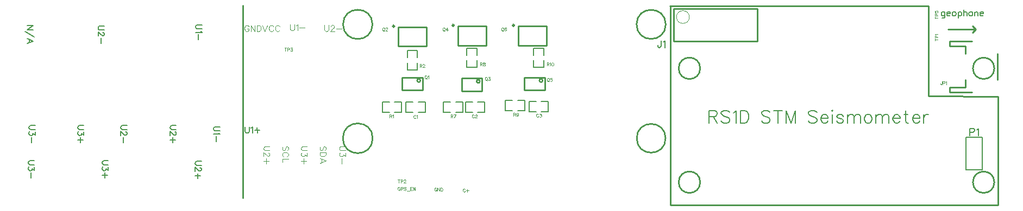
<source format=gto>
G04 Layer: TopSilkLayer*
G04 EasyEDA v6.4.19.5, 2021-06-29T13:46:12+12:00*
G04 3cc3b40c68de4bce97ec9925422c83c7,12af84a47dbc45c89479b689871b34a7,10*
G04 Gerber Generator version 0.2*
G04 Scale: 100 percent, Rotated: No, Reflected: No *
G04 Dimensions in millimeters *
G04 leading zeros omitted , absolute positions ,4 integer and 5 decimal *
%FSLAX45Y45*%
%MOMM*%

%ADD10C,0.2540*%
%ADD13C,0.2032*%
%ADD38C,0.2000*%
%ADD39C,0.2030*%
%ADD40C,0.1000*%
%ADD41C,0.1524*%

%LPD*%
D13*
X10833100Y-1636547D02*
G01*
X10833100Y-1830349D01*
X10833100Y-1636547D02*
G01*
X10916158Y-1636547D01*
X10943844Y-1645691D01*
X10953242Y-1654835D01*
X10962385Y-1673377D01*
X10962385Y-1691919D01*
X10953242Y-1710461D01*
X10943844Y-1719605D01*
X10916158Y-1728749D01*
X10833100Y-1728749D01*
X10897869Y-1728749D02*
G01*
X10962385Y-1830349D01*
X11152632Y-1664233D02*
G01*
X11134089Y-1645691D01*
X11106403Y-1636547D01*
X11069574Y-1636547D01*
X11041887Y-1645691D01*
X11023346Y-1664233D01*
X11023346Y-1682521D01*
X11032489Y-1701063D01*
X11041887Y-1710461D01*
X11060430Y-1719605D01*
X11115801Y-1738147D01*
X11134089Y-1747291D01*
X11143487Y-1756435D01*
X11152632Y-1774977D01*
X11152632Y-1802663D01*
X11134089Y-1821205D01*
X11106403Y-1830349D01*
X11069574Y-1830349D01*
X11041887Y-1821205D01*
X11023346Y-1802663D01*
X11213592Y-1673377D02*
G01*
X11232134Y-1664233D01*
X11259819Y-1636547D01*
X11259819Y-1830349D01*
X11320780Y-1636547D02*
G01*
X11320780Y-1830349D01*
X11320780Y-1636547D02*
G01*
X11385550Y-1636547D01*
X11413235Y-1645691D01*
X11431524Y-1664233D01*
X11440921Y-1682521D01*
X11450066Y-1710461D01*
X11450066Y-1756435D01*
X11440921Y-1784121D01*
X11431524Y-1802663D01*
X11413235Y-1821205D01*
X11385550Y-1830349D01*
X11320780Y-1830349D01*
X11782551Y-1664233D02*
G01*
X11764010Y-1645691D01*
X11736324Y-1636547D01*
X11699494Y-1636547D01*
X11671808Y-1645691D01*
X11653266Y-1664233D01*
X11653266Y-1682521D01*
X11662410Y-1701063D01*
X11671808Y-1710461D01*
X11690350Y-1719605D01*
X11745721Y-1738147D01*
X11764010Y-1747291D01*
X11773408Y-1756435D01*
X11782551Y-1774977D01*
X11782551Y-1802663D01*
X11764010Y-1821205D01*
X11736324Y-1830349D01*
X11699494Y-1830349D01*
X11671808Y-1821205D01*
X11653266Y-1802663D01*
X11908282Y-1636547D02*
G01*
X11908282Y-1830349D01*
X11843512Y-1636547D02*
G01*
X11972798Y-1636547D01*
X12033758Y-1636547D02*
G01*
X12033758Y-1830349D01*
X12033758Y-1636547D02*
G01*
X12107671Y-1830349D01*
X12181585Y-1636547D02*
G01*
X12107671Y-1830349D01*
X12181585Y-1636547D02*
G01*
X12181585Y-1830349D01*
X12514071Y-1664233D02*
G01*
X12495530Y-1645691D01*
X12467844Y-1636547D01*
X12431014Y-1636547D01*
X12403328Y-1645691D01*
X12384785Y-1664233D01*
X12384785Y-1682521D01*
X12393930Y-1701063D01*
X12403328Y-1710461D01*
X12421869Y-1719605D01*
X12477242Y-1738147D01*
X12495530Y-1747291D01*
X12504928Y-1756435D01*
X12514071Y-1774977D01*
X12514071Y-1802663D01*
X12495530Y-1821205D01*
X12467844Y-1830349D01*
X12431014Y-1830349D01*
X12403328Y-1821205D01*
X12384785Y-1802663D01*
X12575032Y-1756435D02*
G01*
X12686030Y-1756435D01*
X12686030Y-1738147D01*
X12676632Y-1719605D01*
X12667487Y-1710461D01*
X12648946Y-1701063D01*
X12621260Y-1701063D01*
X12602718Y-1710461D01*
X12584430Y-1728749D01*
X12575032Y-1756435D01*
X12575032Y-1774977D01*
X12584430Y-1802663D01*
X12602718Y-1821205D01*
X12621260Y-1830349D01*
X12648946Y-1830349D01*
X12667487Y-1821205D01*
X12686030Y-1802663D01*
X12746989Y-1636547D02*
G01*
X12756134Y-1645691D01*
X12765278Y-1636547D01*
X12756134Y-1627149D01*
X12746989Y-1636547D01*
X12756134Y-1701063D02*
G01*
X12756134Y-1830349D01*
X12927837Y-1728749D02*
G01*
X12918694Y-1710461D01*
X12891008Y-1701063D01*
X12863321Y-1701063D01*
X12835635Y-1710461D01*
X12826237Y-1728749D01*
X12835635Y-1747291D01*
X12853924Y-1756435D01*
X12900151Y-1765833D01*
X12918694Y-1774977D01*
X12927837Y-1793519D01*
X12927837Y-1802663D01*
X12918694Y-1821205D01*
X12891008Y-1830349D01*
X12863321Y-1830349D01*
X12835635Y-1821205D01*
X12826237Y-1802663D01*
X12988798Y-1701063D02*
G01*
X12988798Y-1830349D01*
X12988798Y-1738147D02*
G01*
X13016484Y-1710461D01*
X13035026Y-1701063D01*
X13062712Y-1701063D01*
X13081253Y-1710461D01*
X13090398Y-1738147D01*
X13090398Y-1830349D01*
X13090398Y-1738147D02*
G01*
X13118084Y-1710461D01*
X13136626Y-1701063D01*
X13164312Y-1701063D01*
X13182853Y-1710461D01*
X13191998Y-1738147D01*
X13191998Y-1830349D01*
X13299185Y-1701063D02*
G01*
X13280644Y-1710461D01*
X13262355Y-1728749D01*
X13252957Y-1756435D01*
X13252957Y-1774977D01*
X13262355Y-1802663D01*
X13280644Y-1821205D01*
X13299185Y-1830349D01*
X13326871Y-1830349D01*
X13345414Y-1821205D01*
X13363955Y-1802663D01*
X13373100Y-1774977D01*
X13373100Y-1756435D01*
X13363955Y-1728749D01*
X13345414Y-1710461D01*
X13326871Y-1701063D01*
X13299185Y-1701063D01*
X13434060Y-1701063D02*
G01*
X13434060Y-1830349D01*
X13434060Y-1738147D02*
G01*
X13461746Y-1710461D01*
X13480287Y-1701063D01*
X13507974Y-1701063D01*
X13526516Y-1710461D01*
X13535660Y-1738147D01*
X13535660Y-1830349D01*
X13535660Y-1738147D02*
G01*
X13563346Y-1710461D01*
X13581887Y-1701063D01*
X13609574Y-1701063D01*
X13628116Y-1710461D01*
X13637260Y-1738147D01*
X13637260Y-1830349D01*
X13698219Y-1756435D02*
G01*
X13808964Y-1756435D01*
X13808964Y-1738147D01*
X13799819Y-1719605D01*
X13790676Y-1710461D01*
X13772134Y-1701063D01*
X13744448Y-1701063D01*
X13725905Y-1710461D01*
X13707364Y-1728749D01*
X13698219Y-1756435D01*
X13698219Y-1774977D01*
X13707364Y-1802663D01*
X13725905Y-1821205D01*
X13744448Y-1830349D01*
X13772134Y-1830349D01*
X13790676Y-1821205D01*
X13808964Y-1802663D01*
X13897610Y-1636547D02*
G01*
X13897610Y-1793519D01*
X13907007Y-1821205D01*
X13925550Y-1830349D01*
X13943837Y-1830349D01*
X13869924Y-1701063D02*
G01*
X13934694Y-1701063D01*
X14004798Y-1756435D02*
G01*
X14115796Y-1756435D01*
X14115796Y-1738147D01*
X14106398Y-1719605D01*
X14097253Y-1710461D01*
X14078712Y-1701063D01*
X14051026Y-1701063D01*
X14032484Y-1710461D01*
X14014196Y-1728749D01*
X14004798Y-1756435D01*
X14004798Y-1774977D01*
X14014196Y-1802663D01*
X14032484Y-1821205D01*
X14051026Y-1830349D01*
X14078712Y-1830349D01*
X14097253Y-1821205D01*
X14115796Y-1802663D01*
X14176755Y-1701063D02*
G01*
X14176755Y-1830349D01*
X14176755Y-1756435D02*
G01*
X14185900Y-1728749D01*
X14204442Y-1710461D01*
X14222730Y-1701063D01*
X14250669Y-1701063D01*
X14507946Y-94995D02*
G01*
X14507946Y-168910D01*
X14503374Y-182626D01*
X14498802Y-187197D01*
X14489404Y-191770D01*
X14475688Y-191770D01*
X14466544Y-187197D01*
X14507946Y-108712D02*
G01*
X14498802Y-99568D01*
X14489404Y-94995D01*
X14475688Y-94995D01*
X14466544Y-99568D01*
X14457146Y-108712D01*
X14452574Y-122681D01*
X14452574Y-131826D01*
X14457146Y-145795D01*
X14466544Y-154939D01*
X14475688Y-159512D01*
X14489404Y-159512D01*
X14498802Y-154939D01*
X14507946Y-145795D01*
X14538426Y-122681D02*
G01*
X14593798Y-122681D01*
X14593798Y-113284D01*
X14589226Y-104139D01*
X14584654Y-99568D01*
X14575510Y-94995D01*
X14561540Y-94995D01*
X14552396Y-99568D01*
X14542998Y-108712D01*
X14538426Y-122681D01*
X14538426Y-131826D01*
X14542998Y-145795D01*
X14552396Y-154939D01*
X14561540Y-159512D01*
X14575510Y-159512D01*
X14584654Y-154939D01*
X14593798Y-145795D01*
X14647392Y-94995D02*
G01*
X14638248Y-99568D01*
X14629104Y-108712D01*
X14624278Y-122681D01*
X14624278Y-131826D01*
X14629104Y-145795D01*
X14638248Y-154939D01*
X14647392Y-159512D01*
X14661362Y-159512D01*
X14670506Y-154939D01*
X14679904Y-145795D01*
X14684476Y-131826D01*
X14684476Y-122681D01*
X14679904Y-108712D01*
X14670506Y-99568D01*
X14661362Y-94995D01*
X14647392Y-94995D01*
X14714956Y-94995D02*
G01*
X14714956Y-191770D01*
X14714956Y-108712D02*
G01*
X14724100Y-99568D01*
X14733244Y-94995D01*
X14747214Y-94995D01*
X14756358Y-99568D01*
X14765756Y-108712D01*
X14770328Y-122681D01*
X14770328Y-131826D01*
X14765756Y-145795D01*
X14756358Y-154939D01*
X14747214Y-159512D01*
X14733244Y-159512D01*
X14724100Y-154939D01*
X14714956Y-145795D01*
X14800808Y-62484D02*
G01*
X14800808Y-159512D01*
X14800808Y-113284D02*
G01*
X14814524Y-99568D01*
X14823922Y-94995D01*
X14837638Y-94995D01*
X14847036Y-99568D01*
X14851608Y-113284D01*
X14851608Y-159512D01*
X14905202Y-94995D02*
G01*
X14895804Y-99568D01*
X14886660Y-108712D01*
X14882088Y-122681D01*
X14882088Y-131826D01*
X14886660Y-145795D01*
X14895804Y-154939D01*
X14905202Y-159512D01*
X14918918Y-159512D01*
X14928316Y-154939D01*
X14937460Y-145795D01*
X14942032Y-131826D01*
X14942032Y-122681D01*
X14937460Y-108712D01*
X14928316Y-99568D01*
X14918918Y-94995D01*
X14905202Y-94995D01*
X14972512Y-94995D02*
G01*
X14972512Y-159512D01*
X14972512Y-113284D02*
G01*
X14986482Y-99568D01*
X14995626Y-94995D01*
X15009596Y-94995D01*
X15018740Y-99568D01*
X15023312Y-113284D01*
X15023312Y-159512D01*
X15053792Y-122681D02*
G01*
X15109164Y-122681D01*
X15109164Y-113284D01*
X15104592Y-104139D01*
X15100020Y-99568D01*
X15090876Y-94995D01*
X15076906Y-94995D01*
X15067762Y-99568D01*
X15058364Y-108712D01*
X15053792Y-122681D01*
X15053792Y-131826D01*
X15058364Y-145795D01*
X15067762Y-154939D01*
X15076906Y-159512D01*
X15090876Y-159512D01*
X15100020Y-154939D01*
X15109164Y-145795D01*
D38*
X321015Y-2420127D02*
G01*
X252689Y-2420127D01*
X238973Y-2424445D01*
X230083Y-2433589D01*
X225511Y-2447305D01*
X225511Y-2456449D01*
X230083Y-2469911D01*
X238973Y-2479055D01*
X252689Y-2483627D01*
X321015Y-2483627D01*
X321015Y-2522743D02*
G01*
X321015Y-2572781D01*
X284439Y-2545349D01*
X284439Y-2559065D01*
X280121Y-2568209D01*
X275549Y-2572781D01*
X261833Y-2577353D01*
X252689Y-2577353D01*
X238973Y-2572781D01*
X230083Y-2563637D01*
X225511Y-2549921D01*
X225511Y-2536459D01*
X230083Y-2522743D01*
X234655Y-2518171D01*
X243545Y-2513599D01*
X266405Y-2607325D02*
G01*
X266405Y-2689113D01*
X331015Y-1870128D02*
G01*
X262689Y-1870128D01*
X248973Y-1874446D01*
X240083Y-1883590D01*
X235511Y-1897306D01*
X235511Y-1906450D01*
X240083Y-1919912D01*
X248973Y-1929056D01*
X262689Y-1933628D01*
X331015Y-1933628D01*
X331015Y-1972744D02*
G01*
X331015Y-2022782D01*
X294439Y-1995350D01*
X294439Y-2009066D01*
X290121Y-2018210D01*
X285549Y-2022782D01*
X271833Y-2027354D01*
X262689Y-2027354D01*
X248973Y-2022782D01*
X240083Y-2013638D01*
X235511Y-1999922D01*
X235511Y-1986460D01*
X240083Y-1972744D01*
X244655Y-1968172D01*
X253545Y-1963600D01*
X276405Y-2057326D02*
G01*
X276405Y-2139114D01*
X1471015Y-2420127D02*
G01*
X1402689Y-2420127D01*
X1388973Y-2424445D01*
X1380083Y-2433589D01*
X1375511Y-2447305D01*
X1375511Y-2456449D01*
X1380083Y-2469911D01*
X1388973Y-2479055D01*
X1402689Y-2483627D01*
X1471015Y-2483627D01*
X1471015Y-2522743D02*
G01*
X1471015Y-2572781D01*
X1434439Y-2545349D01*
X1434439Y-2559065D01*
X1430121Y-2568209D01*
X1425549Y-2572781D01*
X1411833Y-2577353D01*
X1402689Y-2577353D01*
X1388973Y-2572781D01*
X1380083Y-2563637D01*
X1375511Y-2549921D01*
X1375511Y-2536459D01*
X1380083Y-2522743D01*
X1384655Y-2518171D01*
X1393545Y-2513599D01*
X1457299Y-2648219D02*
G01*
X1375511Y-2648219D01*
X1416405Y-2607325D02*
G01*
X1416405Y-2689113D01*
X1761017Y-1870128D02*
G01*
X1692691Y-1870128D01*
X1678975Y-1874446D01*
X1670085Y-1883590D01*
X1665513Y-1897306D01*
X1665513Y-1906450D01*
X1670085Y-1919912D01*
X1678975Y-1929056D01*
X1692691Y-1933628D01*
X1761017Y-1933628D01*
X1738157Y-1968172D02*
G01*
X1742729Y-1968172D01*
X1751873Y-1972744D01*
X1756445Y-1977316D01*
X1761017Y-1986460D01*
X1761017Y-2004494D01*
X1756445Y-2013638D01*
X1751873Y-2018210D01*
X1742729Y-2022782D01*
X1733585Y-2022782D01*
X1724441Y-2018210D01*
X1710979Y-2009066D01*
X1665513Y-1963600D01*
X1665513Y-2027354D01*
X1706407Y-2057326D02*
G01*
X1706407Y-2139114D01*
X1408950Y-317601D02*
G01*
X1340878Y-317601D01*
X1327162Y-321919D01*
X1318018Y-331063D01*
X1313446Y-344779D01*
X1313446Y-353923D01*
X1318018Y-367385D01*
X1327162Y-376529D01*
X1340878Y-381101D01*
X1408950Y-381101D01*
X1386344Y-415645D02*
G01*
X1390916Y-415645D01*
X1399806Y-420217D01*
X1404378Y-424789D01*
X1408950Y-433933D01*
X1408950Y-451967D01*
X1404378Y-461111D01*
X1399806Y-465683D01*
X1390916Y-470255D01*
X1381772Y-470255D01*
X1372628Y-465683D01*
X1358912Y-456539D01*
X1313446Y-411073D01*
X1313446Y-474827D01*
X1354594Y-504799D02*
G01*
X1354594Y-586587D01*
X1091016Y-1870128D02*
G01*
X1022690Y-1870128D01*
X1008974Y-1874446D01*
X1000084Y-1883590D01*
X995512Y-1897306D01*
X995512Y-1906450D01*
X1000084Y-1919912D01*
X1008974Y-1929056D01*
X1022690Y-1933628D01*
X1091016Y-1933628D01*
X1091016Y-1972744D02*
G01*
X1091016Y-2022782D01*
X1054440Y-1995350D01*
X1054440Y-2009066D01*
X1050122Y-2018210D01*
X1045550Y-2022782D01*
X1031834Y-2027354D01*
X1022690Y-2027354D01*
X1008974Y-2022782D01*
X1000084Y-2013638D01*
X995512Y-1999922D01*
X995512Y-1986460D01*
X1000084Y-1972744D01*
X1004656Y-1968172D01*
X1013546Y-1963600D01*
X1077300Y-2098220D02*
G01*
X995512Y-2098220D01*
X1036406Y-2057326D02*
G01*
X1036406Y-2139114D01*
X2921017Y-2430127D02*
G01*
X2852691Y-2430127D01*
X2838975Y-2434445D01*
X2830085Y-2443589D01*
X2825513Y-2457305D01*
X2825513Y-2466449D01*
X2830085Y-2479911D01*
X2838975Y-2489055D01*
X2852691Y-2493627D01*
X2921017Y-2493627D01*
X2898157Y-2528171D02*
G01*
X2902729Y-2528171D01*
X2911873Y-2532743D01*
X2916445Y-2537315D01*
X2921017Y-2546459D01*
X2921017Y-2564493D01*
X2916445Y-2573637D01*
X2911873Y-2578209D01*
X2902729Y-2582781D01*
X2893585Y-2582781D01*
X2884441Y-2578209D01*
X2870979Y-2569065D01*
X2825513Y-2523599D01*
X2825513Y-2587353D01*
X2907301Y-2658219D02*
G01*
X2825513Y-2658219D01*
X2866407Y-2617325D02*
G01*
X2866407Y-2699113D01*
X3211017Y-1890575D02*
G01*
X3142691Y-1890575D01*
X3128975Y-1894893D01*
X3120085Y-1904037D01*
X3115513Y-1917753D01*
X3115513Y-1926897D01*
X3120085Y-1940359D01*
X3128975Y-1949503D01*
X3142691Y-1954075D01*
X3211017Y-1954075D01*
X3192729Y-1984047D02*
G01*
X3197301Y-1993191D01*
X3211017Y-2006907D01*
X3115513Y-2006907D01*
X3156407Y-2036879D02*
G01*
X3156407Y-2118667D01*
X2930839Y-300101D02*
G01*
X2862767Y-300101D01*
X2849051Y-304419D01*
X2839907Y-313562D01*
X2835335Y-327279D01*
X2835335Y-336422D01*
X2839907Y-349885D01*
X2849051Y-359029D01*
X2862767Y-363601D01*
X2930839Y-363601D01*
X2912805Y-393572D02*
G01*
X2917377Y-402717D01*
X2930839Y-416432D01*
X2835335Y-416432D01*
X2876483Y-446404D02*
G01*
X2876483Y-528193D01*
X2531016Y-1870128D02*
G01*
X2462690Y-1870128D01*
X2448974Y-1874446D01*
X2440084Y-1883590D01*
X2435512Y-1897306D01*
X2435512Y-1906450D01*
X2440084Y-1919912D01*
X2448974Y-1929056D01*
X2462690Y-1933628D01*
X2531016Y-1933628D01*
X2508156Y-1968172D02*
G01*
X2512728Y-1968172D01*
X2521872Y-1972744D01*
X2526444Y-1977316D01*
X2531016Y-1986460D01*
X2531016Y-2004494D01*
X2526444Y-2013638D01*
X2521872Y-2018210D01*
X2512728Y-2022782D01*
X2503584Y-2022782D01*
X2494440Y-2018210D01*
X2480978Y-2009066D01*
X2435512Y-1963600D01*
X2435512Y-2027354D01*
X2517300Y-2098220D02*
G01*
X2435512Y-2098220D01*
X2476406Y-2057326D02*
G01*
X2476406Y-2139114D01*
D40*
X3987164Y-2197100D02*
G01*
X3918839Y-2197100D01*
X3905377Y-2201671D01*
X3896232Y-2210815D01*
X3891661Y-2224278D01*
X3891661Y-2233421D01*
X3896232Y-2247137D01*
X3905377Y-2256281D01*
X3918839Y-2260854D01*
X3987164Y-2260854D01*
X3964305Y-2295397D02*
G01*
X3968877Y-2295397D01*
X3978021Y-2299715D01*
X3982593Y-2304287D01*
X3987164Y-2313431D01*
X3987164Y-2331720D01*
X3982593Y-2340610D01*
X3978021Y-2345181D01*
X3968877Y-2349754D01*
X3959732Y-2349754D01*
X3950843Y-2345181D01*
X3937127Y-2336292D01*
X3891661Y-2290826D01*
X3891661Y-2354326D01*
X3973448Y-2425192D02*
G01*
X3891661Y-2425192D01*
X3932555Y-2384297D02*
G01*
X3932555Y-2466086D01*
X4571364Y-2197100D02*
G01*
X4503039Y-2197100D01*
X4489576Y-2201671D01*
X4480432Y-2210815D01*
X4475860Y-2224278D01*
X4475860Y-2233421D01*
X4480432Y-2247137D01*
X4489576Y-2256281D01*
X4503039Y-2260854D01*
X4571364Y-2260854D01*
X4571364Y-2299715D02*
G01*
X4571364Y-2349754D01*
X4535043Y-2322576D01*
X4535043Y-2336292D01*
X4530471Y-2345181D01*
X4525898Y-2349754D01*
X4512182Y-2354326D01*
X4503039Y-2354326D01*
X4489576Y-2349754D01*
X4480432Y-2340610D01*
X4475860Y-2327147D01*
X4475860Y-2313431D01*
X4480432Y-2299715D01*
X4485005Y-2295397D01*
X4494148Y-2290826D01*
X4557648Y-2425192D02*
G01*
X4475860Y-2425192D01*
X4516755Y-2384297D02*
G01*
X4516755Y-2466086D01*
X5168264Y-2197100D02*
G01*
X5099939Y-2197100D01*
X5086476Y-2201671D01*
X5077332Y-2210815D01*
X5072760Y-2224278D01*
X5072760Y-2233421D01*
X5077332Y-2247137D01*
X5086476Y-2256281D01*
X5099939Y-2260854D01*
X5168264Y-2260854D01*
X5168264Y-2299715D02*
G01*
X5168264Y-2349754D01*
X5131943Y-2322576D01*
X5131943Y-2336292D01*
X5127371Y-2345181D01*
X5122798Y-2349754D01*
X5109082Y-2354326D01*
X5099939Y-2354326D01*
X5086476Y-2349754D01*
X5077332Y-2340610D01*
X5072760Y-2327147D01*
X5072760Y-2313431D01*
X5077332Y-2299715D01*
X5081905Y-2295397D01*
X5091048Y-2290826D01*
X5113655Y-2384297D02*
G01*
X5113655Y-2466086D01*
X4305427Y-292684D02*
G01*
X4305427Y-361010D01*
X4309745Y-374726D01*
X4318889Y-383616D01*
X4332605Y-388188D01*
X4341748Y-388188D01*
X4355211Y-383616D01*
X4364355Y-374726D01*
X4368927Y-361010D01*
X4368927Y-292684D01*
X4398898Y-310972D02*
G01*
X4408043Y-306400D01*
X4421759Y-292684D01*
X4421759Y-388188D01*
X4451730Y-347294D02*
G01*
X4533519Y-347294D01*
X4838700Y-305435D02*
G01*
X4838700Y-373761D01*
X4843271Y-387222D01*
X4852416Y-396367D01*
X4865878Y-400938D01*
X4875021Y-400938D01*
X4888737Y-396367D01*
X4897882Y-387222D01*
X4902453Y-373761D01*
X4902453Y-305435D01*
X4936998Y-328295D02*
G01*
X4936998Y-323722D01*
X4941316Y-314579D01*
X4945887Y-310006D01*
X4955032Y-305435D01*
X4973319Y-305435D01*
X4982210Y-310006D01*
X4986782Y-314579D01*
X4991353Y-323722D01*
X4991353Y-332867D01*
X4986782Y-341756D01*
X4977892Y-355472D01*
X4932426Y-400938D01*
X4995926Y-400938D01*
X5025898Y-360045D02*
G01*
X5107685Y-360045D01*
D38*
X3605154Y-1893074D02*
G01*
X3606342Y-1961136D01*
X3610899Y-1974776D01*
X3620201Y-1983757D01*
X3633995Y-1988091D01*
X3643137Y-1987930D01*
X3656517Y-1983125D01*
X3665501Y-1973823D01*
X3669832Y-1960029D01*
X3668643Y-1891967D01*
X3698925Y-1909475D02*
G01*
X3707988Y-1904743D01*
X3721468Y-1891045D01*
X3723134Y-1986534D01*
X3792557Y-1903267D02*
G01*
X3793990Y-1985297D01*
X3752385Y-1944870D02*
G01*
X3834160Y-1943442D01*
D40*
X3662273Y-328168D02*
G01*
X3657701Y-319023D01*
X3648557Y-310134D01*
X3639667Y-305562D01*
X3621379Y-305562D01*
X3612235Y-310134D01*
X3603091Y-319023D01*
X3598519Y-328168D01*
X3594201Y-341884D01*
X3594201Y-364489D01*
X3598519Y-378205D01*
X3603091Y-387350D01*
X3612235Y-396494D01*
X3621379Y-401065D01*
X3639667Y-401065D01*
X3648557Y-396494D01*
X3657701Y-387350D01*
X3662273Y-378205D01*
X3662273Y-364489D01*
X3639667Y-364489D02*
G01*
X3662273Y-364489D01*
X3692245Y-305562D02*
G01*
X3692245Y-401065D01*
X3692245Y-305562D02*
G01*
X3755999Y-401065D01*
X3755999Y-305562D02*
G01*
X3755999Y-401065D01*
X3785971Y-305562D02*
G01*
X3785971Y-401065D01*
X3785971Y-305562D02*
G01*
X3817721Y-305562D01*
X3831437Y-310134D01*
X3840581Y-319023D01*
X3844899Y-328168D01*
X3849471Y-341884D01*
X3849471Y-364489D01*
X3844899Y-378205D01*
X3840581Y-387350D01*
X3831437Y-396494D01*
X3817721Y-401065D01*
X3785971Y-401065D01*
X3873601Y-305562D02*
G01*
X3909923Y-401065D01*
X3946245Y-305562D02*
G01*
X3909923Y-401065D01*
X4044289Y-328168D02*
G01*
X4039971Y-319023D01*
X4030827Y-310134D01*
X4021683Y-305562D01*
X4003395Y-305562D01*
X3994505Y-310134D01*
X3985361Y-319023D01*
X3980789Y-328168D01*
X3976217Y-341884D01*
X3976217Y-364489D01*
X3980789Y-378205D01*
X3985361Y-387350D01*
X3994505Y-396494D01*
X4003395Y-401065D01*
X4021683Y-401065D01*
X4030827Y-396494D01*
X4039971Y-387350D01*
X4044289Y-378205D01*
X4142587Y-328168D02*
G01*
X4138015Y-319023D01*
X4128871Y-310134D01*
X4119981Y-305562D01*
X4101693Y-305562D01*
X4092549Y-310134D01*
X4083405Y-319023D01*
X4078833Y-328168D01*
X4074515Y-341884D01*
X4074515Y-364489D01*
X4078833Y-378205D01*
X4083405Y-387350D01*
X4092549Y-396494D01*
X4101693Y-401065D01*
X4119981Y-401065D01*
X4128871Y-396494D01*
X4138015Y-387350D01*
X4142587Y-378205D01*
X4265676Y-2260602D02*
G01*
X4274565Y-2251458D01*
X4279138Y-2237996D01*
X4279138Y-2219708D01*
X4274565Y-2205992D01*
X4265676Y-2197102D01*
X4256531Y-2197102D01*
X4247388Y-2201420D01*
X4242815Y-2205992D01*
X4238244Y-2215136D01*
X4229100Y-2242568D01*
X4224781Y-2251458D01*
X4220210Y-2256030D01*
X4211065Y-2260602D01*
X4197350Y-2260602D01*
X4188205Y-2251458D01*
X4183634Y-2237996D01*
X4183634Y-2219708D01*
X4188205Y-2205992D01*
X4197350Y-2197102D01*
X4256531Y-2358900D02*
G01*
X4265676Y-2354328D01*
X4274565Y-2345184D01*
X4279138Y-2336040D01*
X4279138Y-2318006D01*
X4274565Y-2308862D01*
X4265676Y-2299718D01*
X4256531Y-2295146D01*
X4242815Y-2290574D01*
X4220210Y-2290574D01*
X4206494Y-2295146D01*
X4197350Y-2299718D01*
X4188205Y-2308862D01*
X4183634Y-2318006D01*
X4183634Y-2336040D01*
X4188205Y-2345184D01*
X4197350Y-2354328D01*
X4206494Y-2358900D01*
X4279138Y-2388872D02*
G01*
X4183634Y-2388872D01*
X4183634Y-2388872D02*
G01*
X4183634Y-2443482D01*
X4849876Y-2260602D02*
G01*
X4858766Y-2251458D01*
X4863337Y-2237996D01*
X4863337Y-2219708D01*
X4858766Y-2205992D01*
X4849876Y-2197102D01*
X4840732Y-2197102D01*
X4831587Y-2201420D01*
X4827016Y-2205992D01*
X4822444Y-2215136D01*
X4813300Y-2242568D01*
X4808982Y-2251458D01*
X4804410Y-2256030D01*
X4795266Y-2260602D01*
X4781550Y-2260602D01*
X4772405Y-2251458D01*
X4767834Y-2237996D01*
X4767834Y-2219708D01*
X4772405Y-2205992D01*
X4781550Y-2197102D01*
X4863337Y-2290574D02*
G01*
X4767834Y-2290574D01*
X4863337Y-2290574D02*
G01*
X4863337Y-2322578D01*
X4858766Y-2336040D01*
X4849876Y-2345184D01*
X4840732Y-2349756D01*
X4827016Y-2354328D01*
X4804410Y-2354328D01*
X4790694Y-2349756D01*
X4781550Y-2345184D01*
X4772405Y-2336040D01*
X4767834Y-2322578D01*
X4767834Y-2290574D01*
X4863337Y-2420622D02*
G01*
X4767834Y-2384300D01*
X4863337Y-2420622D02*
G01*
X4767834Y-2456944D01*
X4799837Y-2398016D02*
G01*
X4799837Y-2443482D01*
X6015850Y-2843784D02*
G01*
X6013564Y-2839212D01*
X6008992Y-2834639D01*
X6004420Y-2832354D01*
X5995276Y-2832354D01*
X5990704Y-2834639D01*
X5986132Y-2839212D01*
X5983846Y-2843784D01*
X5981814Y-2850642D01*
X5981814Y-2862071D01*
X5983846Y-2868929D01*
X5986132Y-2873247D01*
X5990704Y-2877820D01*
X5995276Y-2880105D01*
X6004420Y-2880105D01*
X6008992Y-2877820D01*
X6013564Y-2873247D01*
X6015850Y-2868929D01*
X6015850Y-2862071D01*
X6004420Y-2862071D02*
G01*
X6015850Y-2862071D01*
X6030836Y-2832354D02*
G01*
X6030836Y-2880105D01*
X6030836Y-2832354D02*
G01*
X6051156Y-2832354D01*
X6058014Y-2834639D01*
X6060300Y-2836926D01*
X6062586Y-2841497D01*
X6062586Y-2848355D01*
X6060300Y-2852928D01*
X6058014Y-2855213D01*
X6051156Y-2857500D01*
X6030836Y-2857500D01*
X6109322Y-2839212D02*
G01*
X6105004Y-2834639D01*
X6098146Y-2832354D01*
X6089002Y-2832354D01*
X6082144Y-2834639D01*
X6077572Y-2839212D01*
X6077572Y-2843784D01*
X6079858Y-2848355D01*
X6082144Y-2850642D01*
X6086716Y-2852928D01*
X6100432Y-2857500D01*
X6105004Y-2859786D01*
X6107036Y-2862071D01*
X6109322Y-2866644D01*
X6109322Y-2873247D01*
X6105004Y-2877820D01*
X6098146Y-2880105D01*
X6089002Y-2880105D01*
X6082144Y-2877820D01*
X6077572Y-2873247D01*
X6124308Y-2896107D02*
G01*
X6165456Y-2896107D01*
X6180442Y-2832354D02*
G01*
X6180442Y-2880105D01*
X6180442Y-2832354D02*
G01*
X6209906Y-2832354D01*
X6180442Y-2855213D02*
G01*
X6198476Y-2855213D01*
X6180442Y-2880105D02*
G01*
X6209906Y-2880105D01*
X6224892Y-2832354D02*
G01*
X6224892Y-2880105D01*
X6224892Y-2832354D02*
G01*
X6256642Y-2880105D01*
X6256642Y-2832354D02*
G01*
X6256642Y-2880105D01*
X6587350Y-2856484D02*
G01*
X6585064Y-2851912D01*
X6580492Y-2847339D01*
X6575920Y-2845054D01*
X6566776Y-2845054D01*
X6562204Y-2847339D01*
X6557632Y-2851912D01*
X6555346Y-2856484D01*
X6553314Y-2863342D01*
X6553314Y-2874771D01*
X6555346Y-2881629D01*
X6557632Y-2885947D01*
X6562204Y-2890520D01*
X6566776Y-2892805D01*
X6575920Y-2892805D01*
X6580492Y-2890520D01*
X6585064Y-2885947D01*
X6587350Y-2881629D01*
X6587350Y-2874771D01*
X6575920Y-2874771D02*
G01*
X6587350Y-2874771D01*
X6602336Y-2845054D02*
G01*
X6602336Y-2892805D01*
X6602336Y-2845054D02*
G01*
X6634086Y-2892805D01*
X6634086Y-2845054D02*
G01*
X6634086Y-2892805D01*
X6649072Y-2845054D02*
G01*
X6649072Y-2892805D01*
X6649072Y-2845054D02*
G01*
X6665074Y-2845054D01*
X6671932Y-2847339D01*
X6676504Y-2851912D01*
X6678536Y-2856484D01*
X6680822Y-2863342D01*
X6680822Y-2874771D01*
X6678536Y-2881629D01*
X6676504Y-2885947D01*
X6671932Y-2890520D01*
X6665074Y-2892805D01*
X6649072Y-2892805D01*
X7031850Y-2869184D02*
G01*
X7029564Y-2864612D01*
X7024992Y-2860039D01*
X7020420Y-2857754D01*
X7011276Y-2857754D01*
X7006704Y-2860039D01*
X7002132Y-2864612D01*
X6999846Y-2869184D01*
X6997814Y-2876042D01*
X6997814Y-2887471D01*
X6999846Y-2894329D01*
X7002132Y-2898647D01*
X7006704Y-2903220D01*
X7011276Y-2905505D01*
X7020420Y-2905505D01*
X7024992Y-2903220D01*
X7029564Y-2898647D01*
X7031850Y-2894329D01*
X7067156Y-2864612D02*
G01*
X7067156Y-2905505D01*
X7046836Y-2885186D02*
G01*
X7087730Y-2885186D01*
D38*
X300837Y-310113D02*
G01*
X205333Y-310113D01*
X300837Y-310113D02*
G01*
X205333Y-373613D01*
X300837Y-373613D02*
G01*
X205333Y-373613D01*
X319125Y-485373D02*
G01*
X173583Y-403585D01*
X300837Y-551921D02*
G01*
X205333Y-515345D01*
X300837Y-551921D02*
G01*
X205333Y-588243D01*
X237337Y-529061D02*
G01*
X237337Y-574527D01*
D40*
X7171550Y-1713484D02*
G01*
X7169264Y-1708912D01*
X7164692Y-1704339D01*
X7160120Y-1702054D01*
X7150976Y-1702054D01*
X7146404Y-1704339D01*
X7141832Y-1708912D01*
X7139546Y-1713484D01*
X7137514Y-1720342D01*
X7137514Y-1731771D01*
X7139546Y-1738629D01*
X7141832Y-1742947D01*
X7146404Y-1747520D01*
X7150976Y-1749805D01*
X7160120Y-1749805D01*
X7164692Y-1747520D01*
X7169264Y-1742947D01*
X7171550Y-1738629D01*
X7188822Y-1713484D02*
G01*
X7188822Y-1711197D01*
X7191108Y-1706626D01*
X7193394Y-1704339D01*
X7197966Y-1702054D01*
X7206856Y-1702054D01*
X7211428Y-1704339D01*
X7213714Y-1706626D01*
X7216000Y-1711197D01*
X7216000Y-1715770D01*
X7213714Y-1720342D01*
X7209142Y-1727200D01*
X7186536Y-1749805D01*
X7218286Y-1749805D01*
X8174837Y-1700784D02*
G01*
X8172551Y-1696212D01*
X8167979Y-1691639D01*
X8163407Y-1689354D01*
X8154263Y-1689354D01*
X8149691Y-1691639D01*
X8145119Y-1696212D01*
X8143087Y-1700784D01*
X8140801Y-1707642D01*
X8140801Y-1719071D01*
X8143087Y-1725929D01*
X8145119Y-1730247D01*
X8149691Y-1734820D01*
X8154263Y-1737105D01*
X8163407Y-1737105D01*
X8167979Y-1734820D01*
X8172551Y-1730247D01*
X8174837Y-1725929D01*
X8194395Y-1689354D02*
G01*
X8219287Y-1689354D01*
X8205825Y-1707642D01*
X8212429Y-1707642D01*
X8217001Y-1709928D01*
X8219287Y-1712213D01*
X8221573Y-1719071D01*
X8221573Y-1723644D01*
X8219287Y-1730247D01*
X8214715Y-1734820D01*
X8207857Y-1737105D01*
X8201253Y-1737105D01*
X8194395Y-1734820D01*
X8192109Y-1732534D01*
X8189823Y-1727962D01*
X7354176Y-1117854D02*
G01*
X7349604Y-1120139D01*
X7345032Y-1124712D01*
X7342746Y-1129284D01*
X7340714Y-1136142D01*
X7340714Y-1147571D01*
X7342746Y-1154429D01*
X7345032Y-1158747D01*
X7349604Y-1163320D01*
X7354176Y-1165605D01*
X7363320Y-1165605D01*
X7367892Y-1163320D01*
X7372464Y-1158747D01*
X7374750Y-1154429D01*
X7377036Y-1147571D01*
X7377036Y-1136142D01*
X7374750Y-1129284D01*
X7372464Y-1124712D01*
X7367892Y-1120139D01*
X7363320Y-1117854D01*
X7354176Y-1117854D01*
X7361034Y-1156462D02*
G01*
X7374750Y-1170178D01*
X7396594Y-1117854D02*
G01*
X7421486Y-1117854D01*
X7407770Y-1136142D01*
X7414628Y-1136142D01*
X7419200Y-1138428D01*
X7421486Y-1140713D01*
X7423772Y-1147571D01*
X7423772Y-1152144D01*
X7421486Y-1158747D01*
X7416914Y-1163320D01*
X7410056Y-1165605D01*
X7403452Y-1165605D01*
X7396594Y-1163320D01*
X7394308Y-1161034D01*
X7392022Y-1156462D01*
X6693763Y-343154D02*
G01*
X6689191Y-345439D01*
X6684619Y-350012D01*
X6682333Y-354584D01*
X6680301Y-361442D01*
X6680301Y-372871D01*
X6682333Y-379729D01*
X6684619Y-384047D01*
X6689191Y-388620D01*
X6693763Y-390905D01*
X6702907Y-390905D01*
X6707479Y-388620D01*
X6712051Y-384047D01*
X6714337Y-379729D01*
X6716623Y-372871D01*
X6716623Y-361442D01*
X6714337Y-354584D01*
X6712051Y-350012D01*
X6707479Y-345439D01*
X6702907Y-343154D01*
X6693763Y-343154D01*
X6700621Y-381762D02*
G01*
X6714337Y-395478D01*
X6754215Y-343154D02*
G01*
X6731609Y-375157D01*
X6765645Y-375157D01*
X6754215Y-343154D02*
G01*
X6754215Y-390905D01*
X8319363Y-1130554D02*
G01*
X8314791Y-1132839D01*
X8310219Y-1137412D01*
X8308187Y-1141984D01*
X8305901Y-1148842D01*
X8305901Y-1160271D01*
X8308187Y-1167129D01*
X8310219Y-1171447D01*
X8314791Y-1176020D01*
X8319363Y-1178305D01*
X8328507Y-1178305D01*
X8333079Y-1176020D01*
X8337651Y-1171447D01*
X8339937Y-1167129D01*
X8342223Y-1160271D01*
X8342223Y-1148842D01*
X8339937Y-1141984D01*
X8337651Y-1137412D01*
X8333079Y-1132839D01*
X8328507Y-1130554D01*
X8319363Y-1130554D01*
X8326221Y-1169162D02*
G01*
X8339937Y-1182878D01*
X8384387Y-1130554D02*
G01*
X8361781Y-1130554D01*
X8359495Y-1151128D01*
X8361781Y-1148842D01*
X8368639Y-1146555D01*
X8375243Y-1146555D01*
X8382101Y-1148842D01*
X8386673Y-1153413D01*
X8388959Y-1160271D01*
X8388959Y-1164844D01*
X8386673Y-1171447D01*
X8382101Y-1176020D01*
X8375243Y-1178305D01*
X8368639Y-1178305D01*
X8361781Y-1176020D01*
X8359495Y-1173734D01*
X8357209Y-1169162D01*
X7608163Y-343154D02*
G01*
X7603591Y-345439D01*
X7599019Y-350012D01*
X7596987Y-354584D01*
X7594701Y-361442D01*
X7594701Y-372871D01*
X7596987Y-379729D01*
X7599019Y-384047D01*
X7603591Y-388620D01*
X7608163Y-390905D01*
X7617307Y-390905D01*
X7621879Y-388620D01*
X7626451Y-384047D01*
X7628737Y-379729D01*
X7631023Y-372871D01*
X7631023Y-361442D01*
X7628737Y-354584D01*
X7626451Y-350012D01*
X7621879Y-345439D01*
X7617307Y-343154D01*
X7608163Y-343154D01*
X7615021Y-381762D02*
G01*
X7628737Y-395478D01*
X7673187Y-350012D02*
G01*
X7670901Y-345439D01*
X7664043Y-343154D01*
X7659725Y-343154D01*
X7652867Y-345439D01*
X7648295Y-352297D01*
X7646009Y-363728D01*
X7646009Y-375157D01*
X7648295Y-384047D01*
X7652867Y-388620D01*
X7659725Y-390905D01*
X7661757Y-390905D01*
X7668615Y-388620D01*
X7673187Y-384047D01*
X7675473Y-377444D01*
X7675473Y-375157D01*
X7673187Y-368300D01*
X7668615Y-363728D01*
X7661757Y-361442D01*
X7659725Y-361442D01*
X7652867Y-363728D01*
X7648295Y-368300D01*
X7646009Y-375157D01*
X6807314Y-1702054D02*
G01*
X6807314Y-1749805D01*
X6807314Y-1702054D02*
G01*
X6827634Y-1702054D01*
X6834492Y-1704339D01*
X6836778Y-1706626D01*
X6839064Y-1711197D01*
X6839064Y-1715770D01*
X6836778Y-1720342D01*
X6834492Y-1722628D01*
X6827634Y-1724913D01*
X6807314Y-1724913D01*
X6823062Y-1724913D02*
G01*
X6839064Y-1749805D01*
X6885800Y-1702054D02*
G01*
X6863194Y-1749805D01*
X6854050Y-1702054D02*
G01*
X6885800Y-1702054D01*
X7264514Y-889254D02*
G01*
X7264514Y-937005D01*
X7264514Y-889254D02*
G01*
X7284834Y-889254D01*
X7291692Y-891539D01*
X7293978Y-893826D01*
X7296264Y-898397D01*
X7296264Y-902970D01*
X7293978Y-907542D01*
X7291692Y-909828D01*
X7284834Y-912113D01*
X7264514Y-912113D01*
X7280262Y-912113D02*
G01*
X7296264Y-937005D01*
X7322680Y-889254D02*
G01*
X7315822Y-891539D01*
X7313536Y-896112D01*
X7313536Y-900684D01*
X7315822Y-905255D01*
X7320394Y-907542D01*
X7329284Y-909828D01*
X7336142Y-912113D01*
X7340714Y-916686D01*
X7343000Y-921257D01*
X7343000Y-927862D01*
X7340714Y-932434D01*
X7338428Y-934720D01*
X7331570Y-937005D01*
X7322680Y-937005D01*
X7315822Y-934720D01*
X7313536Y-932434D01*
X7311250Y-927862D01*
X7311250Y-921257D01*
X7313536Y-916686D01*
X7318108Y-912113D01*
X7324966Y-909828D01*
X7333856Y-907542D01*
X7338428Y-905255D01*
X7340714Y-900684D01*
X7340714Y-896112D01*
X7338428Y-891539D01*
X7331570Y-889254D01*
X7322680Y-889254D01*
X7785201Y-1676654D02*
G01*
X7785201Y-1724405D01*
X7785201Y-1676654D02*
G01*
X7805521Y-1676654D01*
X7812379Y-1678939D01*
X7814665Y-1681226D01*
X7816951Y-1685797D01*
X7816951Y-1690370D01*
X7814665Y-1694942D01*
X7812379Y-1697228D01*
X7805521Y-1699513D01*
X7785201Y-1699513D01*
X7800949Y-1699513D02*
G01*
X7816951Y-1724405D01*
X7861401Y-1692655D02*
G01*
X7859115Y-1699513D01*
X7854543Y-1704086D01*
X7847939Y-1706371D01*
X7845653Y-1706371D01*
X7838795Y-1704086D01*
X7834223Y-1699513D01*
X7831937Y-1692655D01*
X7831937Y-1690370D01*
X7834223Y-1683512D01*
X7838795Y-1678939D01*
X7845653Y-1676654D01*
X7847939Y-1676654D01*
X7854543Y-1678939D01*
X7859115Y-1683512D01*
X7861401Y-1692655D01*
X7861401Y-1704086D01*
X7859115Y-1715262D01*
X7854543Y-1722120D01*
X7847939Y-1724405D01*
X7843367Y-1724405D01*
X7836509Y-1722120D01*
X7834223Y-1717547D01*
X8305914Y-889254D02*
G01*
X8305914Y-937005D01*
X8305914Y-889254D02*
G01*
X8326234Y-889254D01*
X8333092Y-891539D01*
X8335378Y-893826D01*
X8337664Y-898397D01*
X8337664Y-902970D01*
X8335378Y-907542D01*
X8333092Y-909828D01*
X8326234Y-912113D01*
X8305914Y-912113D01*
X8321662Y-912113D02*
G01*
X8337664Y-937005D01*
X8352650Y-898397D02*
G01*
X8357222Y-896112D01*
X8364080Y-889254D01*
X8364080Y-937005D01*
X8392528Y-889254D02*
G01*
X8385924Y-891539D01*
X8381352Y-898397D01*
X8379066Y-909828D01*
X8379066Y-916686D01*
X8381352Y-927862D01*
X8385924Y-934720D01*
X8392528Y-937005D01*
X8397100Y-937005D01*
X8403958Y-934720D01*
X8408530Y-927862D01*
X8410816Y-916686D01*
X8410816Y-909828D01*
X8408530Y-898397D01*
X8403958Y-891539D01*
X8397100Y-889254D01*
X8392528Y-889254D01*
X14351253Y-187337D02*
G01*
X14399005Y-187337D01*
X14351253Y-203085D02*
G01*
X14351253Y-171335D01*
X14351253Y-156349D02*
G01*
X14399005Y-156349D01*
X14351253Y-156349D02*
G01*
X14351253Y-136029D01*
X14353539Y-129171D01*
X14355826Y-126885D01*
X14360398Y-124599D01*
X14367255Y-124599D01*
X14371828Y-126885D01*
X14374114Y-129171D01*
X14376400Y-136029D01*
X14376400Y-156349D01*
X14351253Y-82181D02*
G01*
X14351253Y-105041D01*
X14371828Y-107327D01*
X14369542Y-105041D01*
X14367255Y-98183D01*
X14367255Y-91325D01*
X14369542Y-84467D01*
X14374114Y-79895D01*
X14380971Y-77863D01*
X14385544Y-77863D01*
X14392148Y-79895D01*
X14396719Y-84467D01*
X14399005Y-91325D01*
X14399005Y-98183D01*
X14396719Y-105041D01*
X14394434Y-107327D01*
X14389862Y-109613D01*
X14351393Y-530097D02*
G01*
X14399145Y-530097D01*
X14351393Y-546100D02*
G01*
X14351393Y-514350D01*
X14351393Y-499363D02*
G01*
X14399145Y-499363D01*
X14351393Y-499363D02*
G01*
X14351393Y-478789D01*
X14353679Y-471931D01*
X14355965Y-469645D01*
X14360537Y-467360D01*
X14367141Y-467360D01*
X14371713Y-469645D01*
X14373999Y-471931D01*
X14376285Y-478789D01*
X14376285Y-499363D01*
X14360537Y-452373D02*
G01*
X14358251Y-447802D01*
X14351393Y-441197D01*
X14399145Y-441197D01*
X5997562Y-2718054D02*
G01*
X5997562Y-2765805D01*
X5981814Y-2718054D02*
G01*
X6013564Y-2718054D01*
X6028550Y-2718054D02*
G01*
X6028550Y-2765805D01*
X6028550Y-2718054D02*
G01*
X6048870Y-2718054D01*
X6055728Y-2720339D01*
X6058014Y-2722626D01*
X6060300Y-2727197D01*
X6060300Y-2734055D01*
X6058014Y-2738628D01*
X6055728Y-2740913D01*
X6048870Y-2743200D01*
X6028550Y-2743200D01*
X6077572Y-2729484D02*
G01*
X6077572Y-2727197D01*
X6079858Y-2722626D01*
X6082144Y-2720339D01*
X6086716Y-2718054D01*
X6095860Y-2718054D01*
X6100432Y-2720339D01*
X6102718Y-2722626D01*
X6105004Y-2727197D01*
X6105004Y-2731770D01*
X6102718Y-2736342D01*
X6098146Y-2743200D01*
X6075286Y-2765805D01*
X6107036Y-2765805D01*
X4232262Y-660654D02*
G01*
X4232262Y-708405D01*
X4216514Y-660654D02*
G01*
X4248264Y-660654D01*
X4263250Y-660654D02*
G01*
X4263250Y-708405D01*
X4263250Y-660654D02*
G01*
X4283570Y-660654D01*
X4290428Y-662939D01*
X4292714Y-665226D01*
X4295000Y-669797D01*
X4295000Y-676655D01*
X4292714Y-681228D01*
X4290428Y-683513D01*
X4283570Y-685800D01*
X4263250Y-685800D01*
X4314558Y-660654D02*
G01*
X4339704Y-660654D01*
X4325988Y-678942D01*
X4332846Y-678942D01*
X4337418Y-681228D01*
X4339704Y-683513D01*
X4341736Y-690371D01*
X4341736Y-694944D01*
X4339704Y-701547D01*
X4335132Y-706120D01*
X4328274Y-708405D01*
X4321416Y-708405D01*
X4314558Y-706120D01*
X4312272Y-703834D01*
X4309986Y-699262D01*
X14462607Y-1181354D02*
G01*
X14462607Y-1217929D01*
X14460321Y-1224534D01*
X14458035Y-1226820D01*
X14453463Y-1229105D01*
X14448891Y-1229105D01*
X14444319Y-1226820D01*
X14442287Y-1224534D01*
X14440001Y-1217929D01*
X14440001Y-1213357D01*
X14477593Y-1181354D02*
G01*
X14477593Y-1229105D01*
X14477593Y-1181354D02*
G01*
X14498167Y-1181354D01*
X14505025Y-1183639D01*
X14507057Y-1185926D01*
X14509343Y-1190497D01*
X14509343Y-1197355D01*
X14507057Y-1201928D01*
X14505025Y-1204213D01*
X14498167Y-1206500D01*
X14477593Y-1206500D01*
X14524329Y-1190497D02*
G01*
X14528901Y-1188212D01*
X14535759Y-1181354D01*
X14535759Y-1229105D01*
D41*
X14897100Y-1916684D02*
G01*
X14897100Y-2025650D01*
X14897100Y-1916684D02*
G01*
X14943835Y-1916684D01*
X14959330Y-1921763D01*
X14964664Y-1927097D01*
X14969744Y-1937512D01*
X14969744Y-1953005D01*
X14964664Y-1963420D01*
X14959330Y-1968500D01*
X14943835Y-1973834D01*
X14897100Y-1973834D01*
X15004034Y-1937512D02*
G01*
X15014448Y-1932178D01*
X15030196Y-1916684D01*
X15030196Y-2025650D01*
D40*
X6414320Y-1092634D02*
G01*
X6410002Y-1094920D01*
X6405430Y-1099238D01*
X6403144Y-1103810D01*
X6400858Y-1110668D01*
X6400858Y-1122098D01*
X6403144Y-1128956D01*
X6405430Y-1133528D01*
X6410002Y-1138100D01*
X6414320Y-1140386D01*
X6423464Y-1140386D01*
X6428036Y-1138100D01*
X6432608Y-1133528D01*
X6434894Y-1128956D01*
X6437180Y-1122098D01*
X6437180Y-1110668D01*
X6434894Y-1103810D01*
X6432608Y-1099238D01*
X6428036Y-1094920D01*
X6423464Y-1092634D01*
X6414320Y-1092634D01*
X6421178Y-1131242D02*
G01*
X6434894Y-1144704D01*
X6452166Y-1101524D02*
G01*
X6456738Y-1099238D01*
X6463596Y-1092634D01*
X6463596Y-1140386D01*
D41*
X10085057Y-545084D02*
G01*
X10085057Y-628142D01*
X10079723Y-643889D01*
X10074643Y-648970D01*
X10064229Y-654050D01*
X10053815Y-654050D01*
X10043401Y-648970D01*
X10038067Y-643889D01*
X10032987Y-628142D01*
X10032987Y-617728D01*
X10119347Y-565912D02*
G01*
X10129507Y-560578D01*
X10145255Y-545084D01*
X10145255Y-654050D01*
D40*
X6264191Y-1720974D02*
G01*
X6261905Y-1716402D01*
X6257333Y-1711830D01*
X6252761Y-1709544D01*
X6243617Y-1709544D01*
X6239045Y-1711830D01*
X6234473Y-1716402D01*
X6232187Y-1720974D01*
X6229901Y-1727832D01*
X6229901Y-1739008D01*
X6232187Y-1745866D01*
X6234473Y-1750438D01*
X6239045Y-1755010D01*
X6243617Y-1757296D01*
X6252761Y-1757296D01*
X6257333Y-1755010D01*
X6261905Y-1750438D01*
X6264191Y-1745866D01*
X6279177Y-1718688D02*
G01*
X6283749Y-1716402D01*
X6290353Y-1709544D01*
X6290353Y-1757296D01*
X5854814Y-1702054D02*
G01*
X5854814Y-1749805D01*
X5854814Y-1702054D02*
G01*
X5875134Y-1702054D01*
X5881992Y-1704339D01*
X5884278Y-1706626D01*
X5886564Y-1711197D01*
X5886564Y-1715770D01*
X5884278Y-1720342D01*
X5881992Y-1722628D01*
X5875134Y-1724913D01*
X5854814Y-1724913D01*
X5870562Y-1724913D02*
G01*
X5886564Y-1749805D01*
X5901550Y-1711197D02*
G01*
X5906122Y-1708912D01*
X5912980Y-1702054D01*
X5912980Y-1749805D01*
X6324714Y-914654D02*
G01*
X6324714Y-962405D01*
X6324714Y-914654D02*
G01*
X6345034Y-914654D01*
X6351892Y-916939D01*
X6354178Y-919226D01*
X6356464Y-923797D01*
X6356464Y-928370D01*
X6354178Y-932942D01*
X6351892Y-935228D01*
X6345034Y-937513D01*
X6324714Y-937513D01*
X6340462Y-937513D02*
G01*
X6356464Y-962405D01*
X6373736Y-926084D02*
G01*
X6373736Y-923797D01*
X6376022Y-919226D01*
X6378308Y-916939D01*
X6382880Y-914654D01*
X6391770Y-914654D01*
X6396342Y-916939D01*
X6398628Y-919226D01*
X6400914Y-923797D01*
X6400914Y-928370D01*
X6398628Y-932942D01*
X6394056Y-939800D01*
X6371450Y-962405D01*
X6403200Y-962405D01*
X5753963Y-343154D02*
G01*
X5749391Y-345439D01*
X5744819Y-350012D01*
X5742533Y-354584D01*
X5740501Y-361442D01*
X5740501Y-372871D01*
X5742533Y-379729D01*
X5744819Y-384047D01*
X5749391Y-388620D01*
X5753963Y-390905D01*
X5763107Y-390905D01*
X5767679Y-388620D01*
X5772251Y-384047D01*
X5774537Y-379729D01*
X5776823Y-372871D01*
X5776823Y-361442D01*
X5774537Y-354584D01*
X5772251Y-350012D01*
X5767679Y-345439D01*
X5763107Y-343154D01*
X5753963Y-343154D01*
X5760821Y-381762D02*
G01*
X5774537Y-395478D01*
X5794095Y-354584D02*
G01*
X5794095Y-352297D01*
X5796381Y-347726D01*
X5798667Y-345439D01*
X5803239Y-343154D01*
X5812129Y-343154D01*
X5816701Y-345439D01*
X5818987Y-347726D01*
X5821273Y-352297D01*
X5821273Y-356870D01*
X5818987Y-361442D01*
X5814415Y-368300D01*
X5791809Y-390905D01*
X5823559Y-390905D01*
D10*
X3568700Y0D02*
G01*
X3568700Y-2999999D01*
X14554200Y-368300D02*
G01*
X14986000Y-368300D01*
X14986000Y-368300D02*
G01*
X14935200Y-419100D01*
X14986000Y-368300D02*
G01*
X14935200Y-317500D01*
X10233306Y-3114123D02*
G01*
X10233296Y-14127D01*
X10226692Y-7828D02*
G01*
X10243944Y-9024D01*
X14249539Y-9024D01*
X15333311Y-3114123D02*
G01*
X15336004Y-3111426D01*
X15336004Y-1415237D01*
X14256255Y-15323D02*
G01*
X14256504Y-1412323D01*
X15336004Y-1415237D01*
X10233296Y-3114123D02*
G01*
X15333311Y-3114123D01*
D38*
X7148220Y-1667510D02*
G01*
X7038212Y-1667510D01*
X7038212Y-1507489D01*
X7148220Y-1507489D01*
X7228205Y-1667510D02*
G01*
X7338212Y-1667510D01*
X7338212Y-1567510D01*
X7338212Y-1507489D01*
X7228205Y-1507489D01*
X8138820Y-1654810D02*
G01*
X8028812Y-1654810D01*
X8028812Y-1494789D01*
X8138820Y-1494789D01*
X8218805Y-1654810D02*
G01*
X8328812Y-1654810D01*
X8328812Y-1554810D01*
X8328812Y-1494789D01*
X8218805Y-1494789D01*
D10*
X7137400Y-1330960D02*
G01*
X7297419Y-1330960D01*
X7297419Y-1330960D02*
G01*
X7297419Y-1231900D01*
X7137400Y-1330960D02*
G01*
X6977380Y-1330960D01*
X6977380Y-1330960D02*
G01*
X6977380Y-1231900D01*
X6977380Y-1231900D02*
G01*
X6977380Y-1132839D01*
X6977380Y-1132839D02*
G01*
X7137400Y-1132839D01*
X7297419Y-1231900D02*
G01*
X7297419Y-1132839D01*
X7297419Y-1132839D02*
G01*
X7137400Y-1132839D01*
X6917400Y-319900D02*
G01*
X7357399Y-319900D01*
X6917400Y-319900D02*
G01*
X6917400Y-619899D01*
X7357399Y-619899D02*
G01*
X6917400Y-619899D01*
X7357399Y-619899D02*
G01*
X7357399Y-319900D01*
X8115300Y-1318260D02*
G01*
X8275319Y-1318260D01*
X8275319Y-1318260D02*
G01*
X8275319Y-1219200D01*
X8115300Y-1318260D02*
G01*
X7955280Y-1318260D01*
X7955280Y-1318260D02*
G01*
X7955280Y-1219200D01*
X7955280Y-1219200D02*
G01*
X7955280Y-1120139D01*
X7955280Y-1120139D02*
G01*
X8115300Y-1120139D01*
X8275319Y-1219200D02*
G01*
X8275319Y-1120139D01*
X8275319Y-1120139D02*
G01*
X8115300Y-1120139D01*
X7857200Y-319900D02*
G01*
X8297199Y-319900D01*
X7857200Y-319900D02*
G01*
X7857200Y-619899D01*
X8297199Y-619899D02*
G01*
X7857200Y-619899D01*
X8297199Y-619899D02*
G01*
X8297199Y-319900D01*
D38*
X6805320Y-1667510D02*
G01*
X6695312Y-1667510D01*
X6695312Y-1507489D01*
X6805320Y-1507489D01*
X6885305Y-1667510D02*
G01*
X6995312Y-1667510D01*
X6995312Y-1567510D01*
X6995312Y-1507489D01*
X6885305Y-1507489D01*
X7217410Y-852779D02*
G01*
X7217410Y-962787D01*
X7057389Y-962787D01*
X7057389Y-852779D01*
X7217410Y-772795D02*
G01*
X7217410Y-662787D01*
X7117410Y-662787D01*
X7057389Y-662787D01*
X7057389Y-772795D01*
X7770520Y-1642110D02*
G01*
X7660512Y-1642110D01*
X7660512Y-1482089D01*
X7770520Y-1482089D01*
X7850505Y-1642110D02*
G01*
X7960512Y-1642110D01*
X7960512Y-1542110D01*
X7960512Y-1482089D01*
X7850505Y-1482089D01*
X8258810Y-852779D02*
G01*
X8258810Y-962787D01*
X8098789Y-962787D01*
X8098789Y-852779D01*
X8258810Y-772795D02*
G01*
X8258810Y-662787D01*
X8158810Y-662787D01*
X8098789Y-662787D01*
X8098789Y-772795D01*
D10*
X14933930Y-553720D02*
G01*
X14583410Y-553720D01*
X14583410Y-553720D02*
G01*
X14583410Y-632460D01*
X14583410Y-632460D02*
G01*
X14832330Y-632460D01*
X14832330Y-632460D02*
G01*
X14832330Y-751839D01*
X14832330Y-1153160D02*
G01*
X14832330Y-1272539D01*
X14832330Y-1272539D02*
G01*
X14583410Y-1272539D01*
X14583410Y-1272539D02*
G01*
X14583410Y-1351279D01*
X14583410Y-1351279D02*
G01*
X14933930Y-1351279D01*
X15332710Y-1153160D02*
G01*
X15332710Y-751839D01*
D13*
X15087600Y-2565400D02*
G01*
X14833600Y-2565400D01*
X14833600Y-2057400D01*
X15087600Y-2057400D01*
X15087600Y-2247900D01*
D39*
X15087600Y-2565400D02*
G01*
X15087600Y-2247900D01*
D10*
X6210300Y-1318260D02*
G01*
X6370319Y-1318260D01*
X6370319Y-1318260D02*
G01*
X6370319Y-1219200D01*
X6210300Y-1318260D02*
G01*
X6050280Y-1318260D01*
X6050280Y-1318260D02*
G01*
X6050280Y-1219200D01*
X6050280Y-1219200D02*
G01*
X6050280Y-1120139D01*
X6050280Y-1120139D02*
G01*
X6210300Y-1120139D01*
X6370319Y-1219200D02*
G01*
X6370319Y-1120139D01*
X6370319Y-1120139D02*
G01*
X6210300Y-1120139D01*
X10284714Y-50774D02*
G01*
X11584685Y-50774D01*
X11584685Y-50774D02*
G01*
X11584685Y-558774D01*
X11584685Y-558774D02*
G01*
X10284714Y-558774D01*
X10284714Y-558774D02*
G01*
X10284714Y-50774D01*
D38*
X6221120Y-1667510D02*
G01*
X6111112Y-1667510D01*
X6111112Y-1507489D01*
X6221120Y-1507489D01*
X6301105Y-1667510D02*
G01*
X6411112Y-1667510D01*
X6411112Y-1567510D01*
X6411112Y-1507489D01*
X6301105Y-1507489D01*
X5852820Y-1667510D02*
G01*
X5742812Y-1667510D01*
X5742812Y-1507489D01*
X5852820Y-1507489D01*
X5932805Y-1667510D02*
G01*
X6042812Y-1667510D01*
X6042812Y-1567510D01*
X6042812Y-1507489D01*
X5932805Y-1507489D01*
X6290310Y-890879D02*
G01*
X6290310Y-1000887D01*
X6130289Y-1000887D01*
X6130289Y-890879D01*
X6290310Y-810895D02*
G01*
X6290310Y-700887D01*
X6190310Y-700887D01*
X6130289Y-700887D01*
X6130289Y-810895D01*
D10*
X5990300Y-332600D02*
G01*
X6430299Y-332600D01*
X5990300Y-332600D02*
G01*
X5990300Y-632599D01*
X6430299Y-632599D02*
G01*
X5990300Y-632599D01*
X6430299Y-632599D02*
G01*
X6430299Y-332600D01*
G75*
G01
X7261873Y-1181100D02*
G03X7261873Y-1181100I-25400J0D01*
G75*
G01
X6861162Y-307391D02*
G03X6861162Y-307391I-16256J0D01*
G75*
G01
X8239747Y-1168400D02*
G03X8239747Y-1168400I-25400J0D01*
G75*
G01
X7800962Y-307391D02*
G03X7800962Y-307391I-16256J0D01*
G75*
G01
X6334773Y-1168400D02*
G03X6334773Y-1168400I-25400J0D01*
G75*
G01
X5934062Y-320116D02*
G03X5934062Y-320116I-16256J0D01*
D40*
G75*
G01
X10526712Y-177800D02*
G03X10526712Y-177800I-100000J0D01*
D10*
G75*
G01
X10695368Y-2755900D02*
G03X10695368Y-2755900I-167056J0D01*
G75*
G01
X10695368Y-977900D02*
G03X10695368Y-977900I-167056J0D01*
G75*
G01
X15280068Y-2755900D02*
G03X15280068Y-2755900I-167056J0D01*
G75*
G01
X15280068Y-977900D02*
G03X15280068Y-977900I-167056J0D01*
G75*
G01
X5588368Y-292100D02*
G03X5588368Y-292100I-228956J0D01*
G75*
G01
X10158590Y-292100D02*
G03X10158590Y-292100I-227178J0D01*
G75*
G01
X10156457Y-2070100D02*
G03X10156457Y-2070100I-225044J0D01*
G75*
G01
X5592559Y-2070100D02*
G03X5592559Y-2070100I-233147J0D01*
M02*

</source>
